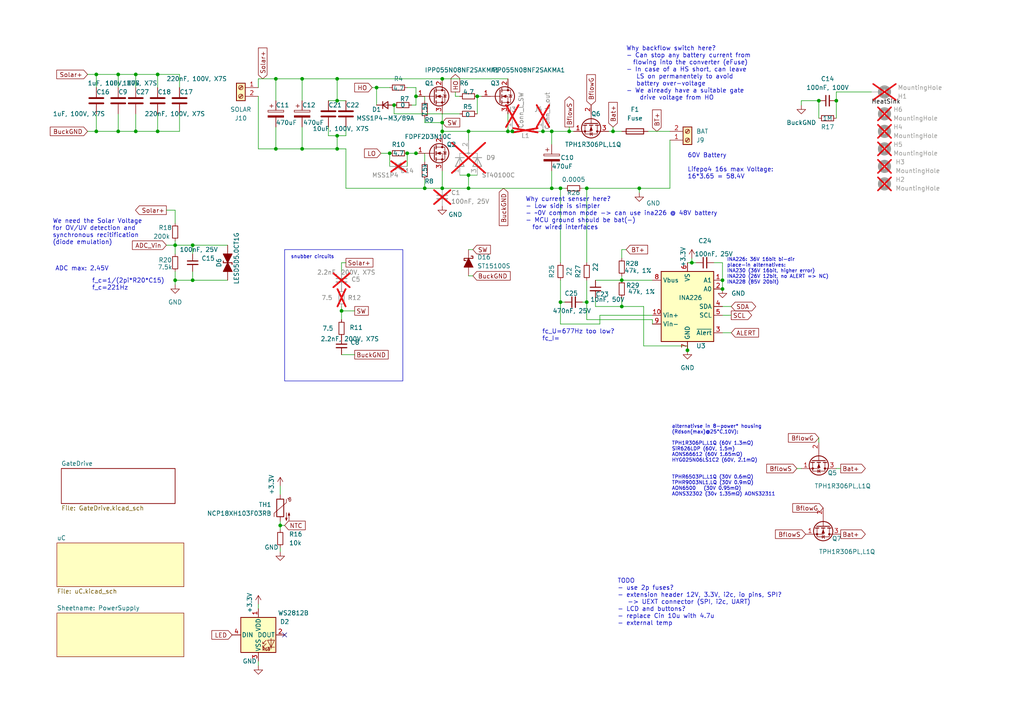
<source format=kicad_sch>
(kicad_sch (version 20250114) (generator "eeschema") (generator_version "9.0")
  (paper "A4")
  (lib_symbols
    (symbol "Connector:Conn_01x01_Socket" (pin_names (offset 1.016) (hide yes))
      (property "Reference" "J" (at 0 2.54 0))
      (property "Value" "Conn_01x01_Socket" (at 0 -2.54 0))
      (symbol "Conn_01x01_Socket_1_1"
        (pin passive line (at -5.08 0 0) (length 3.81) (name "Pin_1") (number "1"))
      )
    )
    (symbol "D_Small_5" (pin_numbers (hide yes)) (pin_names (offset 0.254) (hide yes))
      (property "Reference" "D" (at -1.27 2.032 0))
      (property "Value" "D_Small" (at -3.81 -2.032 0))
      (symbol "D_Small_5_1_1"
        (pin passive line (at -2.54 0 0) (length 1.778) (name "K") (number "1"))
        (pin passive line (at 2.54 0 180) (length 1.778) (name "A") (number "2"))
      )
    )
    (symbol "Device:C" (pin_numbers (hide yes)) (pin_names (offset 0.254))
      (property "Reference" "C" (at 0.635 2.54 0))
      (property "Value" "C" (at 0.635 -2.54 0))
      (symbol "C_1_1"
        (pin passive line (at 0 3.81 270) (length 2.794) (name "~") (number "1"))
        (pin passive line (at 0 -3.81 90) (length 2.794) (name "~") (number "2"))
      )
    )
    (symbol "Device:C_Polarized" (pin_numbers (hide yes)) (pin_names (offset 0.254))
      (property "Reference" "C" (at 0.635 2.54 0))
      (property "Value" "C_Polarized" (at 0.635 -2.54 0))
      (symbol "C_Polarized_1_1"
        (pin passive line (at 0 3.81 270) (length 2.794) (name "~") (number "1"))
        (pin passive line (at 0 -3.81 90) (length 2.794) (name "~") (number "2"))
      )
    )
    (symbol "Device:C_Small" (pin_numbers (hide yes)) (pin_names (offset 0.254) (hide yes))
      (property "Reference" "C" (at 0.254 1.778 0))
      (property "Value" "C_Small" (at 0.254 -2.032 0))
      (symbol "C_Small_1_1"
        (pin passive line (at 0 2.54 270) (length 2.032) (name "~") (number "1"))
        (pin passive line (at 0 -2.54 90) (length 2.032) (name "~") (number "2"))
      )
    )
    (symbol "Device:D_Dual_CommonCathode_AKA_Parallel" (pin_names (offset 0.762) (hide yes))
      (property "Reference" "D" (at 0 5.08 0))
      (property "Value" "D_Dual_CommonCathode_AKA_Parallel" (at 0 -5.08 0))
      (symbol "D_Dual_CommonCathode_AKA_Parallel_0_1"
        (pin passive line (at -5.08 2.54 0) (length 2.54) (name "K") (number "1"))
        (pin passive line (at -5.08 -2.54 0) (length 2.54) (name "K") (number "3"))
        (pin passive line (at 5.08 0 180) (length 2.54) (name "A") (number "2"))
      )
    )
    (symbol "Device:D_Small" (pin_numbers (hide yes)) (pin_names (offset 0.254) (hide yes))
      (property "Reference" "D" (at -1.27 2.032 0))
      (property "Value" "D_Small" (at -3.81 -2.032 0))
      (symbol "D_Small_1_1"
        (pin passive line (at -2.54 0 0) (length 1.778) (name "K") (number "1"))
        (pin passive line (at 2.54 0 180) (length 1.778) (name "A") (number "2"))
      )
    )
    (symbol "Device:Fuse" (pin_numbers (hide yes)) (pin_names (offset 0))
      (property "Reference" "F" (at 2.032 0 90))
      (property "Value" "Fuse" (at -1.905 0 90))
      (symbol "Fuse_1_1"
        (pin passive line (at 0 3.81 270) (length 1.27) (name "~") (number "1"))
        (pin passive line (at 0 -3.81 90) (length 1.27) (name "~") (number "2"))
      )
    )
    (symbol "Device:L" (pin_numbers (hide yes)) (pin_names (offset 1.016) (hide yes))
      (property "Reference" "L" (at -1.27 0 90))
      (property "Value" "L" (at 1.905 0 90))
      (symbol "L_1_1"
        (pin passive line (at 0 3.81 270) (length 1.27) (name "1") (number "1"))
        (pin passive line (at 0 -3.81 90) (length 1.27) (name "2") (number "2"))
      )
    )
    (symbol "Device:R_Small" (pin_numbers (hide yes)) (pin_names (offset 0.254) (hide yes))
      (property "Reference" "R" (at 0.762 0.508 0))
      (property "Value" "R_Small" (at 0.762 -1.016 0))
      (symbol "R_Small_1_1"
        (pin passive line (at 0 2.54 270) (length 0.762) (name "~") (number "1"))
        (pin passive line (at 0 -2.54 90) (length 0.762) (name "~") (number "2"))
      )
    )
    (symbol "Device:Thermistor_NTC" (pin_numbers (hide yes)) (pin_names (offset 0))
      (property "Reference" "TH" (at -4.445 0 90))
      (property "Value" "Thermistor_NTC" (at 3.175 0 90))
      (symbol "Thermistor_NTC_1_1"
        (pin passive line (at 0 3.81 270) (length 1.27) (name "~") (number "1"))
        (pin passive line (at 0 -3.81 90) (length 1.27) (name "~") (number "2"))
      )
    )
    (symbol "LED:WS2812B" (pin_names (offset 0.254))
      (property "Reference" "D" (at 5.08 5.715 0))
      (property "Value" "WS2812B" (at 1.27 -5.715 0))
      (symbol "WS2812B_0_0"
        (text "RGB" (at 2.286 -4.191 0) (effects (font (size 0.762 0.762))))
      )
      (symbol "WS2812B_1_1"
        (pin input line (at -7.62 0 0) (length 2.54) (name "DIN") (number "4"))
        (pin power_in line (at 0 7.62 270) (length 2.54) (name "VDD") (number "1"))
        (pin power_in line (at 0 -7.62 90) (length 2.54) (name "VSS") (number "3"))
        (pin output line (at 7.62 0 180) (length 2.54) (name "DOUT") (number "2"))
      )
    )
    (symbol "Mechanical:MountingHole" (pin_names (offset 1.016))
      (property "Reference" "H" (at 0 5.08 0))
      (property "Value" "MountingHole" (at 0 3.175 0))
    )
    (symbol "Mechanical:MountingHole_Pad" (pin_numbers (hide yes)) (pin_names (offset 1.016) (hide yes))
      (property "Reference" "H" (at 0 6.35 0))
      (property "Value" "MountingHole_Pad" (at 0 4.445 0))
      (symbol "MountingHole_Pad_1_1"
        (pin input line (at 0 -2.54 90) (length 2.54) (name "1") (number "1"))
      )
    )
    (symbol "PCM_Diode_TVS_AKL:D_TVS_Bidirectional_Generic" (pin_numbers (hide yes)) (pin_names (offset 1.016) (hide yes))
      (property "Reference" "D" (at 0 5.08 0))
      (property "Value" "D_TVS_Bidirectional_Generic" (at 0 2.54 0))
      (symbol "D_TVS_Bidirectional_Generic_1_1"
        (pin passive line (at -5.08 0 0) (length 2.54) (name "K") (number "1"))
        (pin passive line (at 5.08 0 180) (length 2.54) (name "A") (number "2"))
      )
    )
    (symbol "Sensor_Energy:INA226"
      (property "Reference" "U" (at -6.35 11.43 0))
      (property "Value" "INA226" (at 3.81 11.43 0))
      (symbol "INA226_1_1"
        (pin input line (at -10.16 7.62 0) (length 2.54) (name "Vbus") (number "8"))
        (pin input line (at -10.16 -2.54 0) (length 2.54) (name "Vin+") (number "10"))
        (pin input line (at -10.16 -5.08 0) (length 2.54) (name "Vin-") (number "9"))
        (pin power_in line (at 0 12.7 270) (length 2.54) (name "VS") (number "6"))
        (pin power_in line (at 0 -12.7 90) (length 2.54) (name "GND") (number "7"))
        (pin input line (at 10.16 7.62 180) (length 2.54) (name "A1") (number "1"))
        (pin input line (at 10.16 5.08 180) (length 2.54) (name "A0") (number "2"))
        (pin bidirectional line (at 10.16 0 180) (length 2.54) (name "SDA") (number "4"))
        (pin input line (at 10.16 -2.54 180) (length 2.54) (name "SCL") (number "5"))
        (pin open_collector line (at 10.16 -7.62 180) (length 2.54) (name "~{Alert}") (number "3"))
      )
    )
    (symbol "Transistor_FET:IPP060N06N" (pin_names (hide yes))
      (property "Reference" "Q" (at 6.35 1.905 0))
      (property "Value" "IPP060N06N" (at 6.35 0 0))
      (symbol "IPP060N06N_1_1"
        (pin input line (at -5.08 0 0) (length 2.54) (name "G") (number "1"))
        (pin passive line (at 2.54 5.08 270) (length 2.54) (name "D") (number "2"))
        (pin passive line (at 2.54 -5.08 90) (length 2.54) (name "S") (number "3"))
      )
    )
    (symbol "open-pe:HYG025N06LS1C2" (pin_names (hide yes))
      (property "Reference" "Q" (at 5.08 1.905 0))
      (property "Value" "HYG025N06LS1C2" (at 5.08 0 0))
      (symbol "HYG025N06LS1C2_1_1"
        (pin input line (at -5.08 0 0) (length 2.54) (name "G") (number "2"))
        (pin passive line (at 2.54 5.08 270) (length 2.54) (name "D") (number "3"))
        (pin passive line (at 2.54 -5.08 90) (length 2.54) (name "S") (number "1"))
        (pin passive line (at 2.54 -5.08 90) (length 2.54) (hide yes) (name "S") (number "3"))
        (pin passive line (at 2.54 -6.35 90) (length 2.54) (hide yes) (name "S") (number "2"))
      )
    )
    (symbol "open-pe:ST15100S" (pin_numbers (hide yes)) (pin_names (offset 1.016) (hide yes))
      (property "Reference" "D" (at 0 5.08 0))
      (property "Value" "ST15100S" (at 0 2.54 0))
      (symbol "ST15100S_1_1"
        (pin passive line (at -3.81 0 0) (length 2.54) (name "A") (number "A"))
        (pin passive line (at 3.81 0 180) (length 2.54) (name "K") (number "K"))
      )
      (symbol "ST15100S_1_2"
        (pin passive line (at -2.54 -2.54 0) (length 0) (name "A") (number "2"))
        (pin passive line (at 2.54 2.54 180) (length 0) (name "K") (number "1"))
      )
    )
    (symbol "open-pe:Screw_TerminalBlock_WR-TBL_2566_01x02" (pin_names (offset 1.016) (hide yes))
      (property "Reference" "J" (at 0 2.54 0))
      (property "Value" "Screw_Terminal_01x02" (at 0 -5.08 0))
      (symbol "Screw_TerminalBlock_WR-TBL_2566_01x02_1_1"
        (pin passive line (at -5.08 0 0) (length 3.81) (name "Pin_1") (number "1"))
        (pin passive line (at -5.08 -2.54 0) (length 3.81) (name "Pin_2") (number "2"))
      )
    )
    (symbol "power:+3.3V" (power) (pin_names (offset 0))
      (property "Value" "+3.3V" (at 0 3.556 0))
      (symbol "+3.3V_1_1"
        (pin power_in line (at 0 0 90) (length 0) (hide yes) (name "+3.3V") (number "1"))
      )
    )
    (symbol "power:GND" (power) (pin_names (offset 0))
      (property "Value" "GND" (at 0 -3.81 0))
      (symbol "GND_1_1"
        (pin power_in line (at 0 0 270) (length 0) (hide yes) (name "GND") (number "1"))
      )
    )
  )
  (rectangle (start 82.55 72.39) (end 116.84 110.49))
  (text "Why current senser here?\n- Low side is simpler\n- ~0V common mode -> can use ina226 @ 48V battery\n- MCU ground should be bat(-)\n  for wired interfaces" (at 152.4 66.802 0) (effects (font (size 1.27 1.27)) (justify left bottom)))
  (text "TODO\n- use 2p fuses?\n- extension header 12V, 3.3V, i2c, io pins, SPI?\n   -> UEXT connector (SPI, i2c, UART)\n- LCD and buttons?\n- replace Cin 10u with 4.7u\n- external temp\n" (at 179.07 181.61 0) (effects (font (size 1.27 1.27)) (justify left bottom)))
  (text "INA226: 36V 16bit bi-dir\nplace-in alternatives:\nINA230 (36V 16bit, higher error)\nINA220 (26V 12bit, no ALERT => NC)\nINA228 (85V 20bit)\n" (at 210.82 82.55 0) (effects (font (size 1.016 1.016)) (justify left bottom)))
  (text "Why backflow switch here?\n- Can stop any battery current from\n  flowing into the converter (eFuse)\n- In case of a HS short, can leave\n   LS on permanentely to avoid\n   battery over-voltage\n- We already have a suitable gate\n    drive voltage from HO" (at 181.61 29.21 0) (effects (font (size 1.27 1.27)) (justify left bottom)))
  (text "alternativse in 8-power* housing\n(Rdson(max)@25°C,10V):\n\nTPH1R306PL,L1Q (60V 1.3mΩ)\nSiR626LDP (60V, 1.5m)\nAONS66612 (60V 1.65mΩ)\nHYG025N06LS1C2 (60V, 2.1mΩ)\n\n\nTPHR6503PL,L1Q (30V 0.6mΩ)\nTPHR9003NL1,LQ (30V 0.9mΩ)\nAON6500   (30V 0.95mΩ)\nAONS32302 (30v 1.35mΩ) AONS32311\n" (at 194.818 144.018 0) (effects (font (size 1.016 1.016)) (justify left bottom)))
  (text "ADC max: 2.45V " (at 16.002 78.74 0) (effects (font (size 1.27 1.27)) (justify left bottom)))
  (text "We need the Solar Voltage\nfor OV/UV detection and\nsynchronous recitification\n(diode emulation)" (at 15.24 71.12 0) (effects (font (size 1.27 1.27)) (justify left bottom)))
  (text "60V Battery\n\nLifepo4 16s max Voltage:\n16*3.65 = 58.4V\n" (at 199.39 52.07 0) (effects (font (size 1.27 1.27)) (justify left bottom)))
  (text "fc_U=677Hz too low?\nfc_I=" (at 157.226 99.06 0) (effects (font (size 1.27 1.27)) (justify left bottom)))
  (text "f_c=1/(2pi*R20*C15)\nf_c=221Hz" (at 26.67 84.328 0) (effects (font (size 1.27 1.27)) (justify left bottom)))
  (text "snubber circuits" (at 84.328 75.184 0) (effects (font (size 1.016 1.016)) (justify left bottom)))
  (junction (at 165.1 38.1))
  (junction (at 135.89 38.1))
  (junction (at 120.65 44.45))
  (junction (at 50.8 71.12))
  (junction (at 148.59 38.1))
  (junction (at 55.88 81.28))
  (junction (at 180.34 88.9))
  (junction (at 34.29 21.59))
  (junction (at 185.42 54.61))
  (junction (at 180.34 81.28))
  (junction (at 170.18 54.61))
  (junction (at 160.02 38.1))
  (junction (at 39.37 38.1))
  (junction (at 120.65 27.94))
  (junction (at 87.63 43.18))
  (junction (at 135.89 50.8))
  (junction (at 138.43 27.94))
  (junction (at 123.19 54.61))
  (junction (at 27.94 21.59))
  (junction (at 128.27 54.61))
  (junction (at 147.32 38.1))
  (junction (at 177.8 38.1))
  (junction (at 237.49 29.21))
  (junction (at 128.27 22.86))
  (junction (at 50.8 81.28))
  (junction (at 135.89 54.61))
  (junction (at 55.88 71.12))
  (junction (at 80.01 22.86))
  (junction (at 97.79 39.37))
  (junction (at 114.3 30.48))
  (junction (at 242.57 29.21))
  (junction (at 162.56 87.63))
  (junction (at 87.63 22.86))
  (junction (at 160.02 54.61))
  (junction (at 209.55 83.82))
  (junction (at 113.03 44.45))
  (junction (at 97.79 43.18))
  (junction (at 128.27 38.1))
  (junction (at 97.79 29.21))
  (junction (at 118.11 44.45))
  (junction (at 128.27 35.56))
  (junction (at 162.56 54.61))
  (junction (at 199.39 101.6))
  (junction (at 200.66 76.2))
  (junction (at 170.18 87.63))
  (junction (at 99.06 90.17))
  (junction (at 27.94 38.1))
  (junction (at 97.79 22.86))
  (junction (at 45.72 38.1))
  (junction (at 209.55 81.28))
  (junction (at 45.72 21.59))
  (junction (at 81.28 152.4))
  (junction (at 157.48 38.1))
  (junction (at 34.29 38.1))
  (junction (at 39.37 21.59))
  (junction (at 109.22 25.4))
  (junction (at 80.01 43.18))
  (no_connect (at 82.55 184.15))
  (wire (pts (xy 209.55 88.9) (xy 212.09 88.9)))
  (wire (pts (xy 74.93 22.86) (xy 74.93 25.4)))
  (wire (pts (xy 180.34 72.39) (xy 180.34 74.93)))
  (wire (pts (xy 81.28 152.4) (xy 82.55 152.4)))
  (wire (pts (xy 123.19 46.99) (xy 123.19 44.45)))
  (wire (pts (xy 232.41 30.48) (xy 232.41 29.21)))
  (wire (pts (xy 109.22 25.4) (xy 109.22 30.48)))
  (wire (pts (xy 162.56 81.28) (xy 162.56 87.63)))
  (wire (pts (xy 97.79 39.37) (xy 97.79 43.18)))
  (wire (pts (xy 114.3 33.02) (xy 133.35 33.02)))
  (wire (pts (xy 34.29 21.59) (xy 39.37 21.59)))
  (wire (pts (xy 242.57 26.67) (xy 242.57 29.21)))
  (wire (pts (xy 185.42 54.61) (xy 194.31 54.61)))
  (wire (pts (xy 172.72 88.9) (xy 180.34 88.9)))
  (wire (pts (xy 34.29 21.59) (xy 34.29 25.4)))
  (wire (pts (xy 34.29 21.59) (xy 27.94 21.59)))
  (wire (pts (xy 160.02 54.61) (xy 162.56 54.61)))
  (wire (pts (xy 74.93 191.77) (xy 74.93 193.04)))
  (wire (pts (xy 135.89 80.01) (xy 137.16 80.01)))
  (wire (pts (xy 120.65 25.4) (xy 120.65 27.94)))
  (wire (pts (xy 39.37 33.02) (xy 39.37 38.1)))
  (wire (pts (xy 99.06 88.9) (xy 99.06 90.17)))
  (wire (pts (xy 162.56 87.63) (xy 162.56 93.98)))
  (wire (pts (xy 123.19 35.56) (xy 128.27 35.56)))
  (wire (pts (xy 180.34 72.39) (xy 181.61 72.39)))
  (wire (pts (xy 172.72 86.36) (xy 172.72 88.9)))
  (wire (pts (xy 118.11 44.45) (xy 118.11 48.26)))
  (wire (pts (xy 252.73 26.67) (xy 242.57 26.67)))
  (wire (pts (xy 50.8 69.85) (xy 50.8 71.12)))
  (wire (pts (xy 237.49 29.21) (xy 237.49 34.29)))
  (wire (pts (xy 177.8 36.83) (xy 177.8 38.1)))
  (wire (pts (xy 74.93 43.18) (xy 80.01 43.18)))
  (wire (pts (xy 200.66 74.93) (xy 200.66 76.2)))
  (wire (pts (xy 45.72 33.02) (xy 45.72 38.1)))
  (wire (pts (xy 168.91 87.63) (xy 170.18 87.63)))
  (wire (pts (xy 97.79 43.18) (xy 100.33 43.18)))
  (wire (pts (xy 80.01 22.86) (xy 87.63 22.86)))
  (wire (pts (xy 232.41 29.21) (xy 237.49 29.21)))
  (wire (pts (xy 135.89 54.61) (xy 160.02 54.61)))
  (wire (pts (xy 123.19 52.07) (xy 123.19 54.61)))
  (wire (pts (xy 189.23 92.71) (xy 189.23 93.98)))
  (wire (pts (xy 162.56 54.61) (xy 162.56 76.2)))
  (wire (pts (xy 242.57 135.89) (xy 243.84 135.89)))
  (wire (pts (xy 170.18 81.28) (xy 170.18 87.63)))
  (wire (pts (xy 199.39 76.2) (xy 200.66 76.2)))
  (wire (pts (xy 80.01 43.18) (xy 87.63 43.18)))
  (wire (pts (xy 237.49 128.27) (xy 237.49 127)))
  (wire (pts (xy 25.4 38.1) (xy 27.94 38.1)))
  (wire (pts (xy 25.4 21.59) (xy 27.94 21.59)))
  (wire (pts (xy 173.99 91.44) (xy 173.99 93.98)))
  (wire (pts (xy 95.25 29.21) (xy 97.79 29.21)))
  (wire (pts (xy 87.63 22.86) (xy 97.79 22.86)))
  (wire (pts (xy 128.27 35.56) (xy 128.27 38.1)))
  (wire (pts (xy 242.57 29.21) (xy 242.57 34.29)))
  (wire (pts (xy 128.27 54.61) (xy 123.19 54.61)))
  (wire (pts (xy 135.89 72.39) (xy 137.16 72.39)))
  (wire (pts (xy 120.65 30.48) (xy 120.65 27.94)))
  (wire (pts (xy 147.32 38.1) (xy 148.59 38.1)))
  (wire (pts (xy 185.42 54.61) (xy 185.42 55.88)))
  (wire (pts (xy 170.18 87.63) (xy 170.18 92.71)))
  (wire (pts (xy 97.79 22.86) (xy 128.27 22.86)))
  (wire (pts (xy 99.06 90.17) (xy 99.06 92.71)))
  (wire (pts (xy 170.18 54.61) (xy 185.42 54.61)))
  (wire (pts (xy 74.93 175.26) (xy 74.93 176.53)))
  (wire (pts (xy 102.87 90.17) (xy 99.06 90.17)))
  (wire (pts (xy 162.56 54.61) (xy 163.83 54.61)))
  (wire (pts (xy 81.28 151.13) (xy 81.28 152.4)))
  (wire (pts (xy 209.55 76.2) (xy 209.55 81.28)))
  (wire (pts (xy 200.66 76.2) (xy 201.93 76.2)))
  (wire (pts (xy 128.27 54.61) (xy 135.89 54.61)))
  (wire (pts (xy 207.01 76.2) (xy 209.55 76.2)))
  (wire (pts (xy 109.22 25.4) (xy 113.03 25.4)))
  (wire (pts (xy 180.34 80.01) (xy 180.34 81.28)))
  (wire (pts (xy 186.69 88.9) (xy 180.34 88.9)))
  (wire (pts (xy 39.37 38.1) (xy 34.29 38.1)))
  (wire (pts (xy 50.8 81.28) (xy 55.88 81.28)))
  (wire (pts (xy 187.96 38.1) (xy 194.31 38.1)))
  (wire (pts (xy 45.72 21.59) (xy 52.07 21.59)))
  (wire (pts (xy 177.8 38.1) (xy 180.34 38.1)))
  (wire (pts (xy 180.34 81.28) (xy 189.23 81.28)))
  (wire (pts (xy 27.94 38.1) (xy 27.94 33.02)))
  (wire (pts (xy 34.29 33.02) (xy 34.29 38.1)))
  (wire (pts (xy 87.63 22.86) (xy 87.63 29.21)))
  (wire (pts (xy 74.93 27.94) (xy 74.93 43.18)))
  (wire (pts (xy 128.27 54.61) (xy 128.27 49.53)))
  (wire (pts (xy 39.37 21.59) (xy 39.37 25.4)))
  (wire (pts (xy 135.89 38.1) (xy 147.32 38.1)))
  (wire (pts (xy 110.49 44.45) (xy 113.03 44.45)))
  (wire (pts (xy 128.27 38.1) (xy 128.27 39.37)))
  (wire (pts (xy 50.8 71.12) (xy 50.8 73.66)))
  (wire (pts (xy 52.07 33.02) (xy 52.07 38.1)))
  (wire (pts (xy 147.32 33.02) (xy 147.32 38.1)))
  (wire (pts (xy 180.34 86.36) (xy 180.34 88.9)))
  (wire (pts (xy 113.03 44.45) (xy 113.03 48.26)))
  (wire (pts (xy 209.55 96.52) (xy 212.09 96.52)))
  (wire (pts (xy 48.26 60.96) (xy 50.8 60.96)))
  (wire (pts (xy 118.11 44.45) (xy 120.65 44.45)))
  (wire (pts (xy 123.19 35.56) (xy 123.19 34.29)))
  (wire (pts (xy 48.26 71.12) (xy 50.8 71.12)))
  (wire (pts (xy 50.8 81.28) (xy 50.8 82.55)))
  (wire (pts (xy 55.88 81.28) (xy 55.88 78.74)))
  (wire (pts (xy 132.08 27.94) (xy 132.08 26.67)))
  (wire (pts (xy 160.02 38.1) (xy 165.1 38.1)))
  (wire (pts (xy 135.89 38.1) (xy 135.89 40.64)))
  (wire (pts (xy 170.18 92.71) (xy 189.23 92.71)))
  (wire (pts (xy 81.28 158.75) (xy 81.28 160.02)))
  (wire (pts (xy 160.02 49.53) (xy 160.02 54.61)))
  (wire (pts (xy 81.28 140.97) (xy 81.28 143.51)))
  (wire (pts (xy 157.48 38.1) (xy 160.02 38.1)))
  (wire (pts (xy 52.07 21.59) (xy 52.07 25.4)))
  (wire (pts (xy 45.72 38.1) (xy 39.37 38.1)))
  (wire (pts (xy 120.65 27.94) (xy 123.19 27.94)))
  (wire (pts (xy 74.93 22.86) (xy 80.01 22.86)))
  (wire (pts (xy 107.95 25.4) (xy 109.22 25.4)))
  (wire (pts (xy 114.3 30.48) (xy 114.3 33.02)))
  (wire (pts (xy 87.63 43.18) (xy 97.79 43.18)))
  (wire (pts (xy 34.29 38.1) (xy 27.94 38.1)))
  (wire (pts (xy 87.63 43.18) (xy 87.63 36.83)))
  (wire (pts (xy 162.56 93.98) (xy 173.99 93.98)))
  (wire (pts (xy 99.06 102.87) (xy 102.87 102.87)))
  (wire (pts (xy 81.28 152.4) (xy 81.28 153.67)))
  (wire (pts (xy 95.25 39.37) (xy 97.79 39.37)))
  (wire (pts (xy 100.33 36.83) (xy 100.33 39.37)))
  (wire (pts (xy 160.02 38.1) (xy 160.02 41.91)))
  (wire (pts (xy 138.43 27.94) (xy 138.43 33.02)))
  (wire (pts (xy 209.55 81.28) (xy 209.55 83.82)))
  (wire (pts (xy 50.8 60.96) (xy 50.8 64.77)))
  (wire (pts (xy 100.33 54.61) (xy 100.33 43.18)))
  (wire (pts (xy 165.1 38.1) (xy 166.37 38.1)))
  (wire (pts (xy 170.18 54.61) (xy 170.18 76.2)))
  (wire (pts (xy 231.14 135.89) (xy 232.41 135.89)))
  (wire (pts (xy 39.37 21.59) (xy 45.72 21.59)))
  (wire (pts (xy 95.25 36.83) (xy 95.25 39.37)))
  (wire (pts (xy 176.53 38.1) (xy 177.8 38.1)))
  (wire (pts (xy 27.94 21.59) (xy 27.94 25.4)))
  (wire (pts (xy 199.39 100.33) (xy 199.39 101.6)))
  (wire (pts (xy 52.07 38.1) (xy 45.72 38.1)))
  (wire (pts (xy 55.88 71.12) (xy 66.04 71.12)))
  (wire (pts (xy 128.27 33.02) (xy 128.27 35.56)))
  (wire (pts (xy 99.06 76.2) (xy 99.06 78.74)))
  (wire (pts (xy 118.11 25.4) (xy 120.65 25.4)))
  (wire (pts (xy 55.88 81.28) (xy 66.04 81.28)))
  (wire (pts (xy 100.33 39.37) (xy 97.79 39.37)))
  (wire (pts (xy 97.79 29.21) (xy 100.33 29.21)))
  (wire (pts (xy 100.33 76.2) (xy 99.06 76.2)))
  (wire (pts (xy 186.69 100.33) (xy 199.39 100.33)))
  (wire (pts (xy 135.89 50.8) (xy 135.89 54.61)))
  (wire (pts (xy 97.79 22.86) (xy 97.79 29.21)))
  (wire (pts (xy 120.65 44.45) (xy 123.19 44.45)))
  (wire (pts (xy 50.8 81.28) (xy 50.8 78.74)))
  (wire (pts (xy 135.89 50.8) (xy 138.43 50.8)))
  (wire (pts (xy 132.08 27.94) (xy 133.35 27.94)))
  (wire (pts (xy 80.01 43.18) (xy 80.01 36.83)))
  (wire (pts (xy 128.27 22.86) (xy 147.32 22.86)))
  (wire (pts (xy 162.56 87.63) (xy 163.83 87.63)))
  (wire (pts (xy 119.38 30.48) (xy 120.65 30.48)))
  (wire (pts (xy 80.01 22.86) (xy 80.01 29.21)))
  (wire (pts (xy 168.91 54.61) (xy 170.18 54.61)))
  (wire (pts (xy 186.69 88.9) (xy 186.69 100.33)))
  (wire (pts (xy 189.23 91.44) (xy 173.99 91.44)))
  (wire (pts (xy 133.35 50.8) (xy 135.89 50.8)))
  (wire (pts (xy 209.55 91.44) (xy 212.09 91.44)))
  (wire (pts (xy 194.31 40.64) (xy 194.31 54.61)))
  (wire (pts (xy 50.8 71.12) (xy 55.88 71.12)))
  (wire (pts (xy 138.43 27.94) (xy 139.7 27.94)))
  (wire (pts (xy 45.72 21.59) (xy 45.72 25.4)))
  (wire (pts (xy 123.19 29.21) (xy 123.19 27.94)))
  (wire (pts (xy 55.88 71.12) (xy 55.88 73.66)))
  (wire (pts (xy 156.21 38.1) (xy 157.48 38.1)))
  (wire (pts (xy 123.19 54.61) (xy 100.33 54.61)))
  (wire (pts (xy 128.27 38.1) (xy 135.89 38.1)))
  (wire (pts (xy 165.1 36.83) (xy 165.1 38.1)))
  (wire (pts (xy 172.72 81.28) (xy 180.34 81.28)))
  (label "HeatSink" (at 252.73 30.48 0))
  (global_label "BuckGND" (shape passive) (at 102.87 102.87 0) (property "Intersheetrefs" "${INTERSHEET_REFS}" (effects (hide yes))))
  (global_label "HO" (shape input) (at 107.95 25.4 180) (property "Intersheetrefs" "${INTERSHEET_REFS}" (effects (hide yes))))
  (global_label "BuckGND" (shape input) (at 137.16 80.01 0) (property "Intersheetrefs" "${INTERSHEET_REFS}" (effects (hide yes))))
  (global_label "LED" (shape input) (at 67.31 184.15 180) (property "Intersheetrefs" "${INTERSHEET_REFS}" (effects (hide yes))))
  (global_label "Solar+" (shape input) (at 25.4 21.59 180) (property "Intersheetrefs" "${INTERSHEET_REFS}" (effects (hide yes))))
  (global_label "NTC" (shape input) (at 82.55 152.4 0) (property "Intersheetrefs" "${INTERSHEET_REFS}" (effects (hide yes))))
  (global_label "Bat+" (shape output) (at 243.84 154.94 0) (property "Intersheetrefs" "${INTERSHEET_REFS}" (effects (hide yes))))
  (global_label "BflowS" (shape input) (at 233.68 154.94 180) (property "Intersheetrefs" "${INTERSHEET_REFS}" (effects (hide yes))))
  (global_label "BflowG" (shape input) (at 171.45 30.48 90) (property "Intersheetrefs" "${INTERSHEET_REFS}" (effects (hide yes))))
  (global_label "Solar+" (shape passive) (at 100.33 76.2 0) (property "Intersheetrefs" "${INTERSHEET_REFS}" (effects (hide yes))))
  (global_label "Bat+" (shape input) (at 177.8 36.83 90) (property "Intersheetrefs" "${INTERSHEET_REFS}" (effects (hide yes))))
  (global_label "HO" (shape output) (at 132.08 26.67 90) (property "Intersheetrefs" "${INTERSHEET_REFS}" (effects (hide yes))))
  (global_label "BuckGND" (shape input) (at 25.4 38.1 180) (property "Intersheetrefs" "${INTERSHEET_REFS}" (effects (hide yes))))
  (global_label "Solar+" (shape input) (at 76.2 22.86 90) (property "Intersheetrefs" "${INTERSHEET_REFS}" (effects (hide yes))))
  (global_label "SW" (shape passive) (at 102.87 90.17 0) (property "Intersheetrefs" "${INTERSHEET_REFS}" (effects (hide yes))))
  (global_label "SDA" (shape bidirectional) (at 212.09 88.9 0) (property "Intersheetrefs" "${INTERSHEET_REFS}" (effects (hide yes))))
  (global_label "BT+" (shape input) (at 181.61 72.39 0) (property "Intersheetrefs" "${INTERSHEET_REFS}" (effects (hide yes))))
  (global_label "BT+" (shape input) (at 190.5 38.1 90) (property "Intersheetrefs" "${INTERSHEET_REFS}" (effects (hide yes))))
  (global_label "BuckGND" (shape input) (at 146.05 54.61 270) (property "Intersheetrefs" "${INTERSHEET_REFS}" (effects (hide yes))))
  (global_label "ALERT" (shape input) (at 212.09 96.52 0) (property "Intersheetrefs" "${INTERSHEET_REFS}" (effects (hide yes))))
  (global_label "BflowG" (shape input) (at 238.76 147.32 180) (property "Intersheetrefs" "${INTERSHEET_REFS}" (effects (hide yes))))
  (global_label "Bat+" (shape output) (at 243.84 135.89 0) (property "Intersheetrefs" "${INTERSHEET_REFS}" (effects (hide yes))))
  (global_label "ADC_Vin" (shape input) (at 48.26 71.12 180) (property "Intersheetrefs" "${INTERSHEET_REFS}" (effects (hide yes))))
  (global_label "Solar+" (shape output) (at 48.26 60.96 180) (property "Intersheetrefs" "${INTERSHEET_REFS}" (effects (hide yes))))
  (global_label "SCL" (shape output) (at 212.09 91.44 0) (property "Intersheetrefs" "${INTERSHEET_REFS}" (effects (hide yes))))
  (global_label "LO" (shape input) (at 110.49 44.45 180) (property "Intersheetrefs" "${INTERSHEET_REFS}" (effects (hide yes))))
  (global_label "SW" (shape input) (at 128.27 35.56 0) (property "Intersheetrefs" "${INTERSHEET_REFS}" (effects (hide yes))))
  (global_label "BflowS" (shape input) (at 231.14 135.89 180) (property "Intersheetrefs" "${INTERSHEET_REFS}" (effects (hide yes))))
  (global_label "SW" (shape input) (at 137.16 72.39 0) (property "Intersheetrefs" "${INTERSHEET_REFS}" (effects (hide yes))))
  (global_label "BflowG" (shape input) (at 237.49 127 180) (property "Intersheetrefs" "${INTERSHEET_REFS}" (effects (hide yes))))
  (global_label "BflowS" (shape output) (at 165.1 36.83 90) (property "Intersheetrefs" "${INTERSHEET_REFS}" (effects (hide yes))))
  (symbol (lib_name "D_Small_5") (lib_id "Device:D_Small") (at 111.76 30.48 0) (unit 1)
    (property "Reference" "D1" (at 109.22 31.75 0))
    (property "Value" "MSS1P4-M3/89A" (at 111.76 34.29 0))
    (property "Footprint" "Diode_SMD:D_MicroSMP_AK" (effects (hide yes)))
    (property "Datasheet" "https://www.vishay.com/docs/89019/mss1p4.pdf" (effects (hide yes)))
    (property "MPN" "MSS1P4-M3/89A" (effects (hide yes)))
    (property "Desc" "GateDischarge" (effects (hide yes)))
    (property "Sim.Device" "D" (effects (hide yes)))
    (property "Sim.Pins" "1=K 2=A" (effects (hide yes)))
  )
  (symbol (lib_id "Mechanical:MountingHole") (at 256.54 53.34 0) (unit 1) (in_bom no) (dnp yes)
    (property "Reference" "H2" (at 259.715 52.07 0) (effects (justify left)))
    (property "Value" "MountingHole" (at 259.715 54.61 0) (effects (justify left)))
    (property "Footprint" "MountingHole:MountingHole_3.2mm_M3_DIN965" (effects (hide yes)))
    (property "MPN" "DNP" (effects (hide yes)))
  )
  (symbol (lib_id "Transistor_FET:IPP060N06N") (at 144.78 27.94 0) (unit 1)
    (property "Reference" "Q3" (at 142.24 24.13 0) (effects (justify left)))
    (property "Value" "IPP055N08NF2SAKMA1" (at 142.24 20.32 0) (effects (justify left)))
    (property "Footprint" "open-pe:TO-220-3_Horizontal_BottomHeatsink_SmallHole" (effects (hide yes)))
    (property "MPN" "DNP" (effects (hide yes)))
    (property "Desc" "HS" (effects (hide yes)))
  )
  (symbol (lib_id "Connector:Conn_01x01_Socket") (at 157.48 33.02 90) (unit 1) (in_bom no) (dnp yes)
    (property "Reference" "J6" (at 154.94 31.75 90) (effects (justify right)))
    (property "Value" "Conn_L_out" (at 158.75 26.67 0) (effects (justify right)))
    (property "Footprint" "open-pe:SolderWire-1x01_D3.5mm" (effects (hide yes)))
    (property "MPN" "DNP" (effects (hide yes)))
  )
  (symbol (lib_id "open-pe:HYG025N06LS1C2") (at 237.49 133.35 270) (unit 1)
    (property "Reference" "Q5" (at 240.03 137.16 90) (effects (justify left)))
    (property "Value" "TPH1R306PL,L1Q" (at 236.22 140.97 90) (effects (justify left)))
    (property "Footprint" "open-pe:Infineon_PG-TDSON-8_FL" (effects (hide yes)))
    (property "Datasheet" "https://toshiba.semicon-storage.com/info/TPH1R306PL_datasheet_en_20191018.pdf?did=30818&prodName=TPH1R306PL" (effects (hide yes)))
    (property "MPN" "TPH1R306PL,L1Q" (effects (hide yes)))
    (property "Desc" "Bflow" (effects (hide yes)))
  )
  (symbol (lib_id "power:GND") (at 128.27 59.69 0) (unit 1)
    (property "Reference" "#PWR026" (effects (hide yes)))
    (property "Value" "GND" (at 132.08 62.23 0))
  )
  (symbol (lib_id "open-pe:Screw_TerminalBlock_WR-TBL_2566_01x02") (at 69.85 25.4 0) (mirror y) (unit 1)
    (property "Reference" "J10" (at 69.85 34.29 0))
    (property "Value" "SOLAR" (at 69.85 31.75 0))
    (property "Footprint" "TerminalBlock_MetzConnect:TerminalBlock_MetzConnect_Type703_RT10N02HGLU_1x02_P9.52mm_Horizontal" (effects (hide yes)))
    (property "MPN" "DNP" (effects (hide yes)))
    (property "Desc" "PVinp" (effects (hide yes)))
  )
  (symbol (lib_id "Device:R_Small") (at 162.56 78.74 180) (unit 1)
    (property "Reference" "R25" (at 160.02 78.74 90))
    (property "Value" "22" (at 165.1 78.74 90))
    (property "Footprint" "Resistor_SMD:R_0805_2012Metric" (effects (hide yes)))
    (property "MPN" "22" (effects (hide yes)))
    (property "Desc" "CS_FILT" (effects (hide yes)))
  )
  (symbol (lib_id "Mechanical:MountingHole") (at 256.54 33.02 0) (unit 1) (in_bom no) (on_board no) (dnp yes)
    (property "Reference" "H6" (at 259.08 31.7499 0) (effects (justify left)))
    (property "Value" "MountingHole" (at 259.08 34.2899 0) (effects (justify left)))
    (property "Footprint" "MountingHole:MountingHole_3.2mm_M3_DIN965" (effects (hide yes)))
    (property "MPN" "DNP" (effects (hide yes)))
  )
  (symbol (lib_id "Device:R_Small") (at 166.37 54.61 90) (unit 1)
    (property "Reference" "R26" (at 166.37 55.88 90))
    (property "Value" "0.0005" (at 166.37 52.07 90))
    (property "Footprint" "open-pe:R_2512_6332Metric_Pad2.72x3.40mm_HandSolder" (effects (hide yes)))
    (property "MPN" "LR2512D-3W-0.5mR-1%" (effects (hide yes)))
    (property "Desc" "CSBurden" (effects (hide yes)))
    (property "Digikey" "PA2512FKF7W0U5E" (effects (hide yes)))
    (property "LCSC" "C500733" (effects (hide yes)))
  )
  (symbol (lib_id "Mechanical:MountingHole") (at 256.54 48.26 0) (unit 1) (in_bom no) (dnp yes)
    (property "Reference" "H3" (at 259.715 46.99 0) (effects (justify left)))
    (property "Value" "MountingHole" (at 259.715 49.53 0) (effects (justify left)))
    (property "Footprint" "MountingHole:MountingHole_3.2mm_M3_DIN965" (effects (hide yes)))
    (property "MPN" "DNP" (effects (hide yes)))
  )
  (symbol (lib_id "power:GND") (at 74.93 193.04 0) (unit 1)
    (property "Reference" "#PWR015" (effects (hide yes)))
    (property "Value" "GND" (at 72.39 191.77 0))
  )
  (symbol (lib_id "Device:C_Small") (at 128.27 57.15 0) (unit 1) (in_bom no) (dnp yes)
    (property "Reference" "C1" (at 130.81 55.8863 0) (effects (justify left)))
    (property "Value" "100nF, 25V" (at 130.81 58.4263 0) (effects (justify left)))
    (property "Footprint" "Capacitor_SMD:C_0805_2012Metric" (effects (hide yes)))
    (property "Description" "test first, then place" (effects (hide yes)))
    (property "MPN" "DNP" (effects (hide yes)))
    (property "Desc" "GndLoop" (effects (hide yes)))
  )
  (symbol (lib_id "power:GND") (at 185.42 55.88 0) (unit 1)
    (property "Reference" "#PWR02" (effects (hide yes)))
    (property "Value" "GND" (at 189.484 58.928 0))
  )
  (symbol (lib_id "Device:R_Small") (at 123.19 49.53 180) (unit 1)
    (property "Reference" "R8" (at 124.46 52.578 0))
    (property "Value" "7.5k" (at 123.19 49.53 90))
    (property "Footprint" "Resistor_SMD:R_0805_2012Metric" (effects (hide yes)))
    (property "MPN" "7.5k" (effects (hide yes)))
  )
  (symbol (lib_id "open-pe:HYG025N06LS1C2") (at 171.45 35.56 270) (unit 1)
    (property "Reference" "Q6" (at 171.45 33.02 90) (effects (justify left)))
    (property "Value" "TPH1R306PL,L1Q" (at 163.83 41.91 90) (effects (justify left)))
    (property "Footprint" "open-pe:Infineon_PG-TDSON-8_FL" (effects (hide yes)))
    (property "Datasheet" "https://toshiba.semicon-storage.com/info/TPH1R306PL_datasheet_en_20191018.pdf?did=30818&prodName=TPH1R306PL" (effects (hide yes)))
    (property "MPN" "TPH1R306PL,L1Q" (effects (hide yes)))
    (property "Desc" "Bflow" (effects (hide yes)))
  )
  (symbol (lib_id "Device:C_Polarized") (at 87.63 33.02 0) (unit 1)
    (property "Reference" "C12" (at 87.63 30.48 0) (effects (justify left)))
    (property "Value" "470uF" (at 87.884 35.56 0) (effects (justify left)))
    (property "Footprint" "Capacitor_THT:CP_Radial_D18.0mm_P7.50mm" (effects (hide yes)))
    (property "MPN" "DNP" (effects (hide yes)))
    (property "Desc" "Cin" (effects (hide yes)))
  )
  (symbol (lib_id "Device:C_Small") (at 55.88 76.2 0) (unit 1)
    (property "Reference" "C15" (at 58.42 74.9363 0) (effects (justify left)))
    (property "Value" "100nF, 25V" (at 52.07 72.39 0) (effects (justify left)))
    (property "Footprint" "Capacitor_SMD:C_0805_2012Metric" (effects (hide yes)))
    (property "MPN" "100nF, 25V" (effects (hide yes)))
    (property "Desc" "VS_Filt" (effects (hide yes)))
  )
  (symbol (lib_id "Device:R_Small") (at 99.06 95.25 0) (unit 1)
    (property "Reference" "R11" (at 101.346 94.996 0) (effects (justify left)))
    (property "Value" "7.5" (at 93.472 95.25 0) (effects (justify left)))
    (property "Footprint" "Resistor_SMD:R_1206_3216Metric" (effects (hide yes)))
    (property "MPN" "7.5" (effects (hide yes)))
    (property "Desc" "Snubber" (effects (hide yes)))
  )
  (symbol (lib_id "Device:C") (at 52.07 29.21 0) (unit 1)
    (property "Reference" "C17" (at 52.07 26.67 0) (effects (justify left)))
    (property "Value" "220nF, 100V, X7S" (at 48.26 22.86 0) (effects (justify left)))
    (property "Footprint" "Capacitor_SMD:C_0603_1608Metric" (effects (hide yes)))
    (property "MPN" "HMK107C7224KAHTE" (effects (hide yes)))
    (property "Desc" "Cin" (effects (hide yes)))
    (property "Digikey" "HMK107C7224KAHTE" (effects (hide yes)))
    (property "LCSC" "HMK107C7224KAHTE" (effects (hide yes)))
  )
  (symbol (lib_id "Device:R_Small") (at 170.18 78.74 180) (unit 1)
    (property "Reference" "R27" (at 167.64 78.74 90))
    (property "Value" "22" (at 172.72 77.47 90))
    (property "Footprint" "Resistor_SMD:R_0805_2012Metric" (effects (hide yes)))
    (property "MPN" "22" (effects (hide yes)))
    (property "Desc" "CS_FILT" (effects (hide yes)))
  )
  (symbol (lib_id "open-pe:ST15100S") (at 135.89 76.2 90) (unit 1)
    (property "Reference" "D16" (at 138.43 74.6124 90) (effects (justify right)))
    (property "Value" "ST15100S" (at 138.43 77.1524 90) (effects (justify right)))
    (property "Footprint" "open-pe:TO-277B_ThermalVias" (effects (hide yes)))
    (property "Datasheet" "https://www.smc-diodes.com/propdf/ST15100S%20N2219%20REV.-.pdf" (effects (hide yes)))
    (property "Description" "ULTRA LOW VF SCHOTTKY RECTIFIERS, 100V, 15A" (effects (hide yes)))
    (property "MPN" "ST15100S" (effects (hide yes)))
    (property "Manufacturer" "SMC" (effects (hide yes)))
  )
  (symbol (lib_id "Transistor_FET:IPP060N06N") (at 125.73 27.94 0) (unit 1)
    (property "Reference" "Q1" (at 123.19 24.13 0) (effects (justify left)))
    (property "Value" "IPP055N08NF2SAKMA1" (at 123.19 20.32 0) (effects (justify left)))
    (property "Footprint" "open-pe:TO-220-3_Horizontal_BottomHeatsink_SmallHole" (effects (hide yes)))
    (property "MPN" "DNP" (effects (hide yes)))
    (property "Desc" "HS" (effects (hide yes)))
  )
  (symbol (lib_id "Device:C_Small") (at 99.06 100.33 0) (unit 1)
    (property "Reference" "C8" (at 101.6 99.314 0) (effects (justify left)))
    (property "Value" "2.2nF, 200V, X7S" (at 92.964 98.298 0) (effects (justify left)))
    (property "Footprint" "Capacitor_SMD:C_0805_2012Metric_Pad1.18x1.45mm_HandSolder" (effects (hide yes)))
    (property "Description" "maybe C0G? C0805C222K2GEC7800" (effects (hide yes)))
    (property "MPN" "C0805C222K2GEC7800" (effects (hide yes)))
    (property "Desc" "Snubber" (effects (hide yes)))
    (property "Digikey" "C0805C222K2GEC7800" (effects (hide yes)))
  )
  (symbol (lib_id "Device:C_Polarized") (at 80.01 33.02 0) (unit 1)
    (property "Reference" "C11" (at 80.01 30.48 0) (effects (justify left)))
    (property "Value" "470uF" (at 80.01 35.56 0) (effects (justify left)))
    (property "Footprint" "Capacitor_THT:CP_Radial_D16.0mm_P7.50mm" (effects (hide yes)))
    (property "MPN" "DNP" (effects (hide yes)))
    (property "Desc" "Cin" (effects (hide yes)))
  )
  (symbol (lib_id "Device:C_Polarized") (at 160.02 45.72 0) (unit 1)
    (property "Reference" "C10" (at 162.56 45.72 0) (effects (justify left)))
    (property "Value" "470uF" (at 160.02 48.26 0) (effects (justify left)))
    (property "Footprint" "Capacitor_THT:CP_Radial_D18.0mm_P7.50mm" (effects (hide yes)))
    (property "MPN" "DNP" (effects (hide yes)))
    (property "Desc" "Cin" (effects (hide yes)))
  )
  (symbol (lib_id "power:+3.3V") (at 200.66 74.93 0) (unit 1)
    (property "Reference" "#PWR023" (effects (hide yes)))
    (property "Value" "+3.3V" (at 198.12 77.47 90) (effects (justify left)))
  )
  (symbol (lib_id "Device:R_Small") (at 123.19 31.75 180) (unit 1)
    (property "Reference" "R9" (at 124.46 34.798 0))
    (property "Value" "7.5k" (at 123.19 31.75 90))
    (property "Footprint" "Resistor_SMD:R_0805_2012Metric" (effects (hide yes)))
    (property "MPN" "7.5k" (effects (hide yes)))
  )
  (symbol (lib_id "power:GND") (at 81.28 160.02 0) (unit 1)
    (property "Reference" "#PWR016" (effects (hide yes)))
    (property "Value" "GND" (at 78.74 158.75 0))
  )
  (symbol (lib_id "Device:C") (at 34.29 29.21 0) (unit 1)
    (property "Reference" "C9" (at 34.29 26.67 0) (effects (justify left)))
    (property "Value" "1uF, 100V, X7S" (at 25.4 24.13 0) (effects (justify left)))
    (property "Footprint" "Capacitor_SMD:C_0805_2012Metric" (effects (hide yes)))
    (property "Description" "DC-bias stable" (effects (hide yes)))
    (property "MPN" "HMK212BC7105KGHTE" (effects (hide yes)))
    (property "Desc" "Cin" (effects (hide yes)))
    (property "Digikey" "C2012X7S2A105K125AB" (effects (hide yes)))
    (property "LCSC" "HMK212BC7105KGHTE" (effects (hide yes)))
  )
  (symbol (lib_id "Device:C_Small") (at 166.37 87.63 90) (unit 1)
    (property "Reference" "C25" (at 167.64 85.09 90) (effects (justify left)))
    (property "Value" "470nF, 25V" (at 171.45 90.17 90) (effects (justify left)))
    (property "Footprint" "Capacitor_SMD:C_0805_2012Metric" (effects (hide yes)))
    (property "MPN" "470nF, 25V" (effects (hide yes)))
    (property "Desc" "CS_Filt" (effects (hide yes)))
  )
  (symbol (lib_id "Device:R_Small") (at 180.34 83.82 180) (unit 1)
    (property "Reference" "R29" (at 181.61 82.804 0) (effects (justify right)))
    (property "Value" "47k, 1%" (at 182.118 84.582 0) (effects (justify right)))
    (property "Footprint" "Resistor_SMD:R_0805_2012Metric" (effects (hide yes)))
    (property "MPN" "47k 1%" (effects (hide yes)))
  )
  (symbol (lib_id "Device:R_Small") (at 115.57 25.4 90) (unit 1)
    (property "Reference" "R4" (at 115.57 22.86 90))
    (property "Value" "4.7" (at 115.57 25.654 90))
    (property "Footprint" "Resistor_SMD:R_0805_2012Metric" (effects (hide yes)))
    (property "MPN" "4.7" (effects (hide yes)))
    (property "Desc" "GateCharge" (effects (hide yes)))
  )
  (symbol (lib_id "Device:R_Small") (at 135.89 27.94 90) (unit 1)
    (property "Reference" "R6" (at 134.62 24.13 90))
    (property "Value" "4.7" (at 135.89 26.67 90))
    (property "Footprint" "Resistor_SMD:R_0805_2012Metric" (effects (hide yes)))
    (property "MPN" "4.7" (effects (hide yes)))
    (property "Desc" "GateCharge" (effects (hide yes)))
  )
  (symbol (lib_id "PCM_Diode_TVS_AKL:D_TVS_Bidirectional_Generic") (at 66.04 76.2 270) (unit 1)
    (property "Reference" "D6" (at 63.5 76.2 0))
    (property "Value" "LESD5D5.0CT1G" (at 68.58 74.93 0))
    (property "Footprint" "Diode_SMD:D_SOD-523" (effects (hide yes)))
    (property "Desc" "USB" (effects (hide yes)))
    (property "MPN" "LESD5D5.0CT1G" (effects (hide yes)))
  )
  (symbol (lib_id "Device:R_Small") (at 50.8 76.2 180) (unit 1)
    (property "Reference" "R20" (at 45.974 75.438 0) (effects (justify right)))
    (property "Value" "7.5k" (at 45.72 77.47 0) (effects (justify right)))
    (property "Footprint" "Resistor_SMD:R_0805_2012Metric" (effects (hide yes)))
    (property "MPN" "7.5k" (effects (hide yes)))
  )
  (symbol (lib_id "Device:C_Small") (at 240.03 29.21 90) (unit 1)
    (property "Reference" "C14" (at 240.0363 22.86 90))
    (property "Value" "100nF, 100V" (at 240.0363 25.4 90))
    (property "Footprint" "Capacitor_SMD:C_0805_2012Metric" (effects (hide yes)))
    (property "Desc" "HeatSinkCouple" (effects (hide yes)))
    (property "MPN" "100nF, 100V" (effects (hide yes)))
  )
  (symbol (lib_id "Device:C_Small") (at 172.72 83.82 0) (unit 1)
    (property "Reference" "C23" (at 172.72 85.344 0) (effects (justify left)))
    (property "Value" "10nF, 50V" (at 171.196 86.868 0) (effects (justify left)))
    (property "Footprint" "Capacitor_SMD:C_0805_2012Metric" (effects (hide yes)))
    (property "MPN" "10nF, 50V" (effects (hide yes)))
    (property "Desc" "VS_Filt" (effects (hide yes)))
  )
  (symbol (lib_id "power:GND") (at 209.55 83.82 0) (unit 1)
    (property "Reference" "#PWR07" (effects (hide yes)))
    (property "Value" "GND" (at 212.09 85.09 0) (effects (justify left)))
  )
  (symbol (lib_id "Device:D_Dual_CommonCathode_AKA_Parallel") (at 135.89 45.72 90) (unit 1) (dnp yes)
    (property "Reference" "D9" (at 140.97 45.72 90) (effects (justify right)))
    (property "Value" "ST40100C" (at 139.7 50.8 90) (effects (justify right)))
    (property "Footprint" "open-pe:TO-220-3_Horizontal_BottomHeatsink_NoHole" (effects (hide yes)))
    (property "Datasheet" "https://www.smc-diodes.com/propdf/mbr30200ct(-1)%20mbrb30200ct%20n0769%20rev.a.pdf" (effects (hide yes)))
    (property "Desc" "LS" (effects (hide yes)))
    (property "MPN" "ST40100C" (effects (hide yes)))
    (property "Manufacturer" "SMC" (effects (hide yes)))
  )
  (symbol (lib_id "Device:R_Small") (at 99.06 86.36 0) (unit 1) (exclude_from_sim yes) (in_bom no) (dnp yes)
    (property "Reference" "R12" (at 100.838 86.36 0) (effects (justify left)))
    (property "Value" "7.5" (at 93.218 86.36 0) (effects (justify left)))
    (property "Footprint" "Resistor_SMD:R_1206_3216Metric" (effects (hide yes)))
    (property "MPN" "DNP" (effects (hide yes)))
    (property "Desc" "Snubber" (effects (hide yes)))
  )
  (symbol (lib_id "Device:C_Small") (at 204.47 76.2 90) (unit 1)
    (property "Reference" "C24" (at 204.4763 69.85 90))
    (property "Value" "100nF, 25V" (at 207.01 73.66 90))
    (property "Footprint" "Capacitor_SMD:C_0805_2012Metric" (effects (hide yes)))
    (property "Datasheet" "CL21F104ZBCNNNC" (effects (hide yes)))
    (property "MPN" "100nF, 25V" (effects (hide yes)))
    (property "Desc" "bypass" (effects (hide yes)))
  )
  (symbol (lib_id "Sensor_Energy:INA226") (at 199.39 88.9 0) (unit 1)
    (property "Reference" "U3" (at 201.93 100.33 0) (effects (justify left)))
    (property "Value" "INA226" (at 196.85 86.36 0) (effects (justify left)))
    (property "Footprint" "Package_SO:VSSOP-10_3x3mm_P0.5mm" (effects (hide yes)))
    (property "Datasheet" "http://www.ti.com/lit/ds/symlink/ina226.pdf" (effects (hide yes)))
    (property "MPN" "INA226AIDGSR" (effects (hide yes)))
  )
  (symbol (lib_id "Mechanical:MountingHole") (at 256.54 43.18 270) (unit 1) (in_bom no) (dnp yes)
    (property "Reference" "H5" (at 259.08 41.91 90) (effects (justify left)))
    (property "Value" "MountingHole" (at 259.08 44.45 90) (effects (justify left)))
    (property "Footprint" "MountingHole:MountingHole_3.2mm_M3_DIN965" (effects (hide yes)))
    (property "MPN" "DNP" (effects (hide yes)))
  )
  (symbol (lib_id "Device:Fuse") (at 184.15 38.1 90) (unit 1)
    (property "Reference" "F1" (at 184.15 31.75 90))
    (property "Value" "Fuse" (at 184.15 34.29 90))
    (property "Footprint" "open-pe:Fuse_Blade_ATO_directSolderThin" (effects (hide yes)))
    (property "MPN" "DNP" (effects (hide yes)))
  )
  (symbol (lib_id "Device:C") (at 95.25 33.02 0) (unit 1)
    (property "Reference" "C21" (at 95.25 30.48 0) (effects (justify left)))
    (property "Value" "10uF, 100V, X7S" (at 90.678 37.338 0) (effects (justify left)))
    (property "Footprint" "Capacitor_SMD:C_2220_5650Metric" (effects (hide yes)))
    (property "MPN" "GRM32EC72A106KE05L" (effects (hide yes)))
    (property "Desc" "Cin" (effects (hide yes)))
    (property "Digikey" "GRM32EC72A106KE05L" (effects (hide yes)))
    (property "LCSC" "GRM32EC72A106KE05L" (effects (hide yes)))
  )
  (symbol (lib_id "Device:D_Small") (at 115.57 48.26 0) (unit 1) (in_bom no) (on_board no) (dnp yes)
    (property "Reference" "D14" (at 118.11 49.53 0))
    (property "Value" "MSS1P4" (at 111.76 50.8 0))
    (property "Footprint" "Diode_SMD:D_SMF" (effects (hide yes)))
    (property "Datasheet" "https://www.vishay.com/docs/89019/mss1p4.pdf" (effects (hide yes)))
    (property "Description" "40V" (effects (hide yes)))
    (property "MPN" "MSS1P4" (effects (hide yes)))
    (property "Desc" "gate dis" (effects (hide yes)))
    (property "Sim.Device" "D" (effects (hide yes)))
    (property "Sim.Pins" "1=K 2=A" (effects (hide yes)))
  )
  (symbol (lib_id "Device:R_Small") (at 180.34 77.47 180) (unit 1)
    (property "Reference" "R28" (at 181.356 76.454 0) (effects (justify right)))
    (property "Value" "47k, 1%" (at 181.102 78.486 0) (effects (justify right)))
    (property "Footprint" "Resistor_SMD:R_0805_2012Metric" (effects (hide yes)))
    (property "MPN" "47k 1%" (effects (hide yes)))
  )
  (symbol (lib_id "LED:WS2812B") (at 74.93 184.15 0) (unit 1)
    (property "Reference" "D2" (at 82.55 180.34 0))
    (property "Value" "WS2812B" (at 85.09 177.8 0))
    (property "Footprint" "LED_SMD:LED_WS2812B_PLCC4_5.0x5.0mm_P3.2mm" (effects (hide yes)))
    (property "Datasheet" "https://cdn-shop.adafruit.com/datasheets/WS2812B.pdf" (effects (hide yes)))
    (property "MPN" "WS2812B" (effects (hide yes)))
    (property "Desc" "StatusLED" (effects (hide yes)))
  )
  (symbol (lib_id "power:+3.3V") (at 74.93 175.26 0) (unit 1)
    (property "Reference" "#PWR014" (effects (hide yes)))
    (property "Value" "+3.3V" (at 72.39 177.8 90) (effects (justify left)))
  )
  (symbol (lib_id "power:GND") (at 50.8 82.55 0) (unit 1)
    (property "Reference" "#PWR04" (effects (hide yes)))
    (property "Value" "GND" (at 50.8 87.63 0))
  )
  (symbol (lib_id "Device:C") (at 27.94 29.21 0) (unit 1)
    (property "Reference" "C16" (at 27.94 26.67 0) (effects (justify left)))
    (property "Value" "1uF, 100V, X7S" (at 30.48 33.02 0) (effects (justify right)))
    (property "Footprint" "Capacitor_SMD:C_0805_2012Metric" (effects (hide yes)))
    (property "Description" "DC-bias stable" (effects (hide yes)))
    (property "MPN" "HMK212BC7105KGHTE" (effects (hide yes)))
    (property "Desc" "Cin" (effects (hide yes)))
    (property "Digikey" "C2012X7S2A105K125AB" (effects (hide yes)))
    (property "LCSC" "HMK212BC7105KGHTE" (effects (hide yes)))
  )
  (symbol (lib_id "Device:R_Small") (at 50.8 67.31 180) (unit 1)
    (property "Reference" "R18" (at 45.974 66.04 0) (effects (justify right)))
    (property "Value" "200k" (at 44.45 68.58 0) (effects (justify right)))
    (property "Footprint" "Resistor_SMD:R_0805_2012Metric" (effects (hide yes)))
    (property "MPN" "200k" (effects (hide yes)))
    (property "Desc" "ADC" (effects (hide yes)))
  )
  (symbol (lib_id "open-pe:Screw_TerminalBlock_WR-TBL_2566_01x02") (at 199.39 40.64 0) (mirror x) (unit 1)
    (property "Reference" "J9" (at 201.93 40.64 0) (effects (justify left)))
    (property "Value" "BAT" (at 201.93 38.1 0) (effects (justify left)))
    (property "Footprint" "TerminalBlock_MetzConnect:TerminalBlock_MetzConnect_Type703_RT10N02HGLU_1x02_P9.52mm_Horizontal" (effects (hide yes)))
    (property "MPN" "DNP" (effects (hide yes)))
    (property "Desc" "BATinp" (effects (hide yes)))
  )
  (symbol (lib_id "Device:L") (at 152.4 38.1 90) (unit 1) (on_board no) (dnp yes)
    (property "Reference" "L1" (at 152.4 39.37 90))
    (property "Value" "L" (effects (hide yes)))
    (property "Footprint" "open-pe:Fuse_Blade_Mini_directSolder_noSlots" (effects (hide yes)))
    (property "MPN" "DNP" (effects (hide yes)))
    (property "Desc" "MainInductor" (effects (hide yes)))
  )
  (symbol (lib_id "Device:Thermistor_NTC") (at 81.28 147.32 0) (mirror y) (unit 1)
    (property "Reference" "TH1" (at 78.74 146.3675 0) (effects (justify left)))
    (property "Value" "NCP18XH103F03RB" (at 78.74 148.9075 0) (effects (justify left)))
    (property "Footprint" "Resistor_SMD:R_0603_1608Metric_Pad0.98x0.95mm_HandSolder" (effects (hide yes)))
    (property "MPN" "NCP18XH103F03RB" (effects (hide yes)))
    (property "Desc" "NTC" (effects (hide yes)))
    (property "Digikey" "NCP18XH103F03RB" (effects (hide yes)))
    (property "LCSC" "NCP18XH103F03RB" (effects (hide yes)))
  )
  (symbol (lib_id "Transistor_FET:IPP060N06N") (at 125.73 44.45 0) (unit 1)
    (property "Reference" "Q2" (at 129.54 41.91 0) (effects (justify left)))
    (property "Value" "FDPF2D3N10C" (at 117.348 39.624 0) (effects (justify left)))
    (property "Footprint" "open-pe:TO-220-3_Horizontal_BottomHeatsink_NoHole" (effects (hide yes)))
    (property "MPN" "DNP" (effects (hide yes)))
    (property "Desc" "LS" (effects (hide yes)))
  )
  (symbol (lib_id "Device:R_Small") (at 240.03 34.29 90) (unit 1)
    (property "Reference" "R17" (at 240.03 36.83 90))
    (property "Value" "1M" (at 240.03 34.29 90))
    (property "Footprint" "Resistor_SMD:R_0805_2012Metric" (effects (hide yes)))
    (property "MPN" "1M" (effects (hide yes)))
    (property "Desc" "HeatSinkCouple" (effects (hide yes)))
  )
  (symbol (lib_id "power:GND") (at 232.41 30.48 0) (unit 1)
    (property "Reference" "#PWR06" (effects (hide yes)))
    (property "Value" "BuckGND" (at 232.41 35.56 0))
  )
  (symbol (lib_id "power:GND") (at 199.39 101.6 0) (unit 1)
    (property "Reference" "#PWR01" (effects (hide yes)))
    (property "Value" "GND" (at 199.39 106.68 0))
  )
  (symbol (lib_id "Mechanical:MountingHole_Pad") (at 255.27 26.67 270) (unit 1) (in_bom no) (dnp yes)
    (property "Reference" "H1" (at 260.35 27.94 90) (effects (justify left)))
    (property "Value" "MountingHole" (at 260.35 25.4 90) (effects (justify left)))
    (property "Footprint" "MountingHole:MountingHole_3.2mm_M3_DIN965_Pad_TopOnly" (effects (hide yes)))
    (property "MPN" "DNP" (effects (hide yes)))
  )
  (symbol (lib_id "open-pe:HYG025N06LS1C2") (at 238.76 152.4 270) (unit 1)
    (property "Reference" "Q7" (at 241.3 156.21 90) (effects (justify left)))
    (property "Value" "TPH1R306PL,L1Q" (at 237.49 160.02 90) (effects (justify left)))
    (property "Footprint" "open-pe:Infineon_PG-TDSON-8_FL" (effects (hide yes)))
    (property "Datasheet" "https://toshiba.semicon-storage.com/info/TPH1R306PL_datasheet_en_20191018.pdf?did=30818&prodName=TPH1R306PL" (effects (hide yes)))
    (property "MPN" "TPH1R306PL,L1Q" (effects (hide yes)))
    (property "Desc" "Bflow" (effects (hide yes)))
  )
  (symbol (lib_id "Device:C") (at 100.33 33.02 0) (unit 1)
    (property "Reference" "C22" (at 100.33 30.48 0) (effects (justify left)))
    (property "Value" "10uF, 100V, X7S" (effects (hide yes)))
    (property "Footprint" "Capacitor_SMD:C_2220_5650Metric" (effects (hide yes)))
    (property "MPN" "GRM32EC72A106KE05L" (effects (hide yes)))
    (property "Desc" "Cin" (effects (hide yes)))
    (property "Digikey" "GRM32EC72A106KE05L" (effects (hide yes)))
    (property "LCSC" "GRM32EC72A106KE05L" (effects (hide yes)))
  )
  (symbol (lib_id "Connector:Conn_01x01_Socket") (at 148.59 33.02 90) (unit 1) (in_bom no) (dnp yes)
    (property "Reference" "J3" (at 147.32 31.75 90) (effects (justify right)))
    (property "Value" "Conn_L_SW" (at 151.13 26.67 0) (effects (justify right)))
    (property "Footprint" "open-pe:SolderWire-1x01_D3.5mm" (effects (hide yes)))
    (property "MPN" "DNP" (effects (hide yes)))
    (property "Desc" "MainInductor" (effects (hide yes)))
  )
  (symbol (lib_id "Device:R_Small") (at 115.57 44.45 90) (unit 1)
    (property "Reference" "R10" (at 115.57 41.91 90))
    (property "Value" "4.7" (at 115.57 44.45 90))
    (property "Footprint" "Resistor_SMD:R_0805_2012Metric" (effects (hide yes)))
    (property "MPN" "4.7" (effects (hide yes)))
    (property "Desc" "GateCharge" (effects (hide yes)))
  )
  (symbol (lib_id "Device:C_Small") (at 99.06 81.28 0) (unit 1) (exclude_from_sim yes) (in_bom no) (dnp yes)
    (property "Reference" "C5" (at 101.854 81.026 0) (effects (justify left)))
    (property "Value" "2.2nF, 200V, X7S" (at 91.948 78.994 0) (effects (justify left)))
    (property "Footprint" "Capacitor_SMD:C_1206_3216Metric" (effects (hide yes)))
    (property "Description" "Unpolarized capacitor, small symbol" (effects (hide yes)))
    (property "MPN" "DNP" (effects (hide yes)))
    (property "Desc" "Snubber" (effects (hide yes)))
    (property "Digikey" "C0805C222K2GEC7800" (effects (hide yes)))
  )
  (symbol (lib_id "power:+3.3V") (at 81.28 140.97 0) (unit 1)
    (property "Reference" "#PWR017" (effects (hide yes)))
    (property "Value" "+3.3V" (at 78.74 143.51 90) (effects (justify left)))
  )
  (symbol (lib_id "Device:R_Small") (at 135.89 33.02 270) (unit 1)
    (property "Reference" "R5" (at 135.636 30.988 90))
    (property "Value" "0" (at 135.636 33.274 90))
    (property "Footprint" "Resistor_SMD:R_0805_2012Metric" (effects (hide yes)))
    (property "MPN" "0" (effects (hide yes)))
    (property "Desc" "GateDischarge" (effects (hide yes)))
  )
  (symbol (lib_id "Mechanical:MountingHole") (at 256.54 38.1 270) (unit 1) (in_bom no) (dnp yes)
    (property "Reference" "H4" (at 259.08 36.83 90) (effects (justify left)))
    (property "Value" "MountingHole" (at 259.08 39.37 90) (effects (justify left)))
    (property "Footprint" "MountingHole:MountingHole_3.2mm_M3_DIN965" (effects (hide yes)))
    (property "MPN" "DNP" (effects (hide yes)))
  )
  (symbol (lib_id "Device:R_Small") (at 81.28 156.21 180) (unit 1)
    (property "Reference" "R16" (at 83.82 154.94 0) (effects (justify right)))
    (property "Value" "10k" (at 83.82 157.48 0) (effects (justify right)))
    (property "Footprint" "Resistor_SMD:R_0805_2012Metric" (effects (hide yes)))
    (property "MPN" "10k" (effects (hide yes)))
  )
  (symbol (lib_id "Device:C") (at 45.72 29.21 0) (unit 1)
    (property "Reference" "C18" (at 45.72 26.67 0) (effects (justify left)))
    (property "Value" "220nF, 100V, X7S" (at 41.91 33.02 0) (effects (justify left)))
    (property "Footprint" "Capacitor_SMD:C_0603_1608Metric" (effects (hide yes)))
    (property "MPN" "HMK107C7224KAHTE" (effects (hide yes)))
    (property "Desc" "Cin" (effects (hide yes)))
    (property "Digikey" "HMK107C7224KAHTE" (effects (hide yes)))
    (property "LCSC" "HMK107C7224KAHTE" (effects (hide yes)))
  )
  (symbol (lib_id "Device:C") (at 39.37 29.21 0) (unit 1)
    (property "Reference" "C27" (at 39.37 26.67 0) (effects (justify left)))
    (property "Value" "1uF, 100V, X7S" (at 30.48 24.13 0) (effects (justify left)))
    (property "Footprint" "Capacitor_SMD:C_0805_2012Metric" (effects (hide yes)))
    (property "Description" "DC-bias stable" (effects (hide yes)))
    (property "MPN" "HMK212BC7105KGHTE" (effects (hide yes)))
    (property "Desc" "Cin" (effects (hide yes)))
    (property "Digikey" "C2012X7S2A105K125AB" (effects (hide yes)))
    (property "LCSC" "HMK212BC7105KGHTE" (effects (hide yes)))
  )
  (symbol (lib_id "Device:R_Small") (at 116.84 30.48 270) (unit 1)
    (property "Reference" "R7" (at 117.348 28.702 90))
    (property "Value" "0" (at 116.84 30.48 90))
    (property "Footprint" "Resistor_SMD:R_0805_2012Metric" (effects (hide yes)))
    (property "MPN" "0" (effects (hide yes)))
    (property "Desc" "GateDischarge" (effects (hide yes)))
  )
  (sheet (at 16.51 157.48) (size 36.83 12.7) (stroke (width 0.1524)) (fill (color 255 255 194 1.0000))
    (property "Sheetname" "uC" (at 16.51 156.7684 0) (effects (justify left bottom)))
    (property "Sheetfile" "uC.kicad_sch" (at 16.51 170.7646 0) (effects (justify left top)))
  )
  (sheet (at 16.51 177.8) (size 36.83 12.7) (stroke (width 0.1524)) (fill (color 255 255 194 1.0000))
    (property "Sheetname" "PowerSupply" (at 16.51 177.0884 0) (show_name yes) (effects (justify left bottom)))
    (property "Sheetfile" "PowerSupply.kicad_sch" (effects (hide yes)))
  )
  (sheet (at 17.78 135.89) (size 33.02 10.16) (stroke (width 0.1524))
    (property "Sheetname" "GateDrive" (at 17.78 135.1784 0) (effects (justify left bottom)))
    (property "Sheetfile" "GateDrive.kicad_sch" (at 17.78 146.6346 0) (effects (justify left top)))
  )
)
</source>
